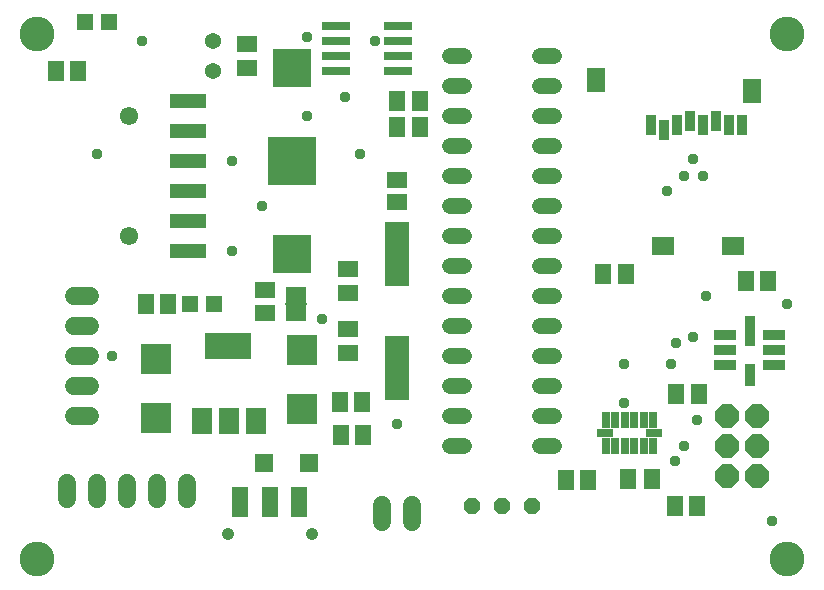
<source format=gts>
G75*
G70*
%OFA0B0*%
%FSLAX24Y24*%
%IPPOS*%
%LPD*%
%AMOC8*
5,1,8,0,0,1.08239X$1,22.5*
%
%ADD10C,0.1162*%
%ADD11R,0.0820X0.2160*%
%ADD12R,0.0690X0.0572*%
%ADD13R,0.0572X0.0690*%
%ADD14C,0.0611*%
%ADD15R,0.1241X0.0454*%
%ADD16R,0.0257X0.0532*%
%ADD17R,0.0532X0.0257*%
%ADD18OC8,0.0800*%
%ADD19R,0.0532X0.1044*%
%ADD20C,0.0414*%
%ADD21R,0.0650X0.0850*%
%ADD22R,0.1560X0.0850*%
%ADD23R,0.1005X0.1005*%
%ADD24R,0.0532X0.0532*%
%ADD25C,0.0540*%
%ADD26R,0.0611X0.0808*%
%ADD27R,0.0769X0.0611*%
%ADD28R,0.0336X0.0651*%
%ADD29R,0.0572X0.0651*%
%ADD30R,0.0930X0.0300*%
%ADD31R,0.1620X0.1620*%
%ADD32R,0.1310X0.1310*%
%ADD33C,0.0540*%
%ADD34R,0.0651X0.0572*%
%ADD35OC8,0.0540*%
%ADD36R,0.0690X0.0520*%
%ADD37R,0.0720X0.0060*%
%ADD38C,0.0614*%
%ADD39R,0.0611X0.0611*%
%ADD40R,0.0375X0.1044*%
%ADD41R,0.0375X0.0717*%
%ADD42R,0.0717X0.0375*%
%ADD43C,0.0376*%
D10*
X002159Y002155D03*
X002159Y019655D03*
X027159Y019655D03*
X027159Y002155D03*
D11*
X014159Y008505D03*
X014159Y012305D03*
D12*
X012534Y011799D03*
X012534Y011011D03*
X012534Y009799D03*
X012534Y009011D03*
X009754Y010330D03*
X009754Y011118D03*
X009159Y018511D03*
X009159Y019299D03*
D13*
X006533Y010655D03*
X005785Y010655D03*
X012248Y007369D03*
X012996Y007369D03*
X013033Y006280D03*
X012285Y006280D03*
X019785Y004780D03*
X020533Y004780D03*
X021872Y004799D03*
X022659Y004799D03*
X023410Y003905D03*
X024158Y003905D03*
X025785Y011405D03*
X026533Y011405D03*
X021803Y011655D03*
X021015Y011655D03*
D14*
X005234Y012905D03*
X005234Y016905D03*
D15*
X007202Y016405D03*
X007202Y015405D03*
X007202Y014405D03*
X007202Y013405D03*
X007202Y012405D03*
X007202Y017405D03*
D16*
X021122Y006776D03*
X021437Y006776D03*
X021752Y006776D03*
X022067Y006776D03*
X022381Y006776D03*
X022696Y006776D03*
X022696Y005910D03*
X022381Y005910D03*
X022067Y005910D03*
X021752Y005910D03*
X021437Y005910D03*
X021122Y005910D03*
D17*
X021082Y006343D03*
X022736Y006343D03*
D18*
X025159Y005905D03*
X026159Y005905D03*
X026159Y006905D03*
X025159Y006905D03*
X025159Y004905D03*
X026159Y004905D03*
D19*
X010903Y004051D03*
X009919Y004051D03*
X008935Y004051D03*
D20*
X008521Y002968D03*
X011317Y002968D03*
D21*
X009443Y006752D03*
X008543Y006752D03*
X007643Y006752D03*
D22*
X008533Y009232D03*
D23*
X006108Y008807D03*
X006108Y006838D03*
X010998Y007145D03*
X010998Y009114D03*
D24*
X008072Y010655D03*
X007246Y010655D03*
X004572Y020030D03*
X003746Y020030D03*
D25*
X015919Y018905D02*
X016399Y018905D01*
X016399Y017905D02*
X015919Y017905D01*
X015919Y016905D02*
X016399Y016905D01*
X016399Y015905D02*
X015919Y015905D01*
X015919Y014905D02*
X016399Y014905D01*
X016399Y013905D02*
X015919Y013905D01*
X015919Y012905D02*
X016399Y012905D01*
X016399Y011905D02*
X015919Y011905D01*
X015919Y010905D02*
X016399Y010905D01*
X016399Y009905D02*
X015919Y009905D01*
X015919Y008905D02*
X016399Y008905D01*
X016399Y007905D02*
X015919Y007905D01*
X015919Y006905D02*
X016399Y006905D01*
X016399Y005905D02*
X015919Y005905D01*
X018919Y005905D02*
X019399Y005905D01*
X019399Y006905D02*
X018919Y006905D01*
X018919Y007905D02*
X019399Y007905D01*
X019399Y008905D02*
X018919Y008905D01*
X018919Y009905D02*
X019399Y009905D01*
X019399Y010905D02*
X018919Y010905D01*
X018919Y011905D02*
X019399Y011905D01*
X019399Y012905D02*
X018919Y012905D01*
X018919Y013905D02*
X019399Y013905D01*
X019399Y014905D02*
X018919Y014905D01*
X018919Y015905D02*
X019399Y015905D01*
X019399Y016905D02*
X018919Y016905D01*
X018919Y017905D02*
X019399Y017905D01*
X019399Y018905D02*
X018919Y018905D01*
D26*
X020805Y018090D03*
X026002Y017736D03*
D27*
X025372Y012578D03*
X023009Y012578D03*
D28*
X023049Y016437D03*
X023482Y016594D03*
X023915Y016752D03*
X024348Y016594D03*
X024781Y016752D03*
X025214Y016594D03*
X025647Y016594D03*
X022616Y016594D03*
D29*
X014908Y016530D03*
X014160Y016530D03*
X014160Y017405D03*
X014908Y017405D03*
X003533Y018405D03*
X002785Y018405D03*
X023473Y007655D03*
X024221Y007655D03*
D30*
X014189Y018405D03*
X014189Y018905D03*
X014189Y019405D03*
X014189Y019905D03*
X012129Y019905D03*
X012129Y019405D03*
X012129Y018905D03*
X012129Y018405D03*
D31*
X010659Y015405D03*
D32*
X010659Y018505D03*
X010659Y012305D03*
D33*
X008034Y018405D03*
X008034Y019405D03*
D34*
X014159Y014779D03*
X014159Y014031D03*
D35*
X016659Y003905D03*
X017659Y003905D03*
X018659Y003905D03*
D36*
X010784Y010355D03*
X010784Y010955D03*
D37*
X010784Y010655D03*
D38*
X003936Y010905D02*
X003382Y010905D01*
X003382Y009905D02*
X003936Y009905D01*
X003936Y008905D02*
X003382Y008905D01*
X003382Y007905D02*
X003936Y007905D01*
X003936Y006905D02*
X003382Y006905D01*
X003159Y004682D02*
X003159Y004128D01*
X004159Y004128D02*
X004159Y004682D01*
X005159Y004682D02*
X005159Y004128D01*
X006159Y004128D02*
X006159Y004682D01*
X007159Y004682D02*
X007159Y004128D01*
X013659Y003932D02*
X013659Y003378D01*
X014659Y003378D02*
X014659Y003932D01*
D39*
X011220Y005343D03*
X009724Y005343D03*
D40*
X025909Y009742D03*
D41*
X025909Y008280D03*
D42*
X025096Y008593D03*
X025096Y009093D03*
X025096Y009593D03*
X026722Y009593D03*
X026722Y009093D03*
X026722Y008593D03*
D43*
X027159Y010655D03*
X024472Y010905D03*
X024034Y009530D03*
X023472Y009343D03*
X023284Y008655D03*
X021722Y008655D03*
X021722Y007343D03*
X023722Y005905D03*
X023409Y005405D03*
X024159Y006780D03*
X026659Y003405D03*
X014159Y006655D03*
X011659Y010155D03*
X008659Y012405D03*
X009659Y013905D03*
X008659Y015405D03*
X011159Y016905D03*
X012409Y017530D03*
X012909Y015655D03*
X013409Y019405D03*
X011159Y019530D03*
X005659Y019405D03*
X004159Y015655D03*
X004659Y008905D03*
X023159Y014405D03*
X023722Y014905D03*
X024347Y014905D03*
X024034Y015468D03*
M02*

</source>
